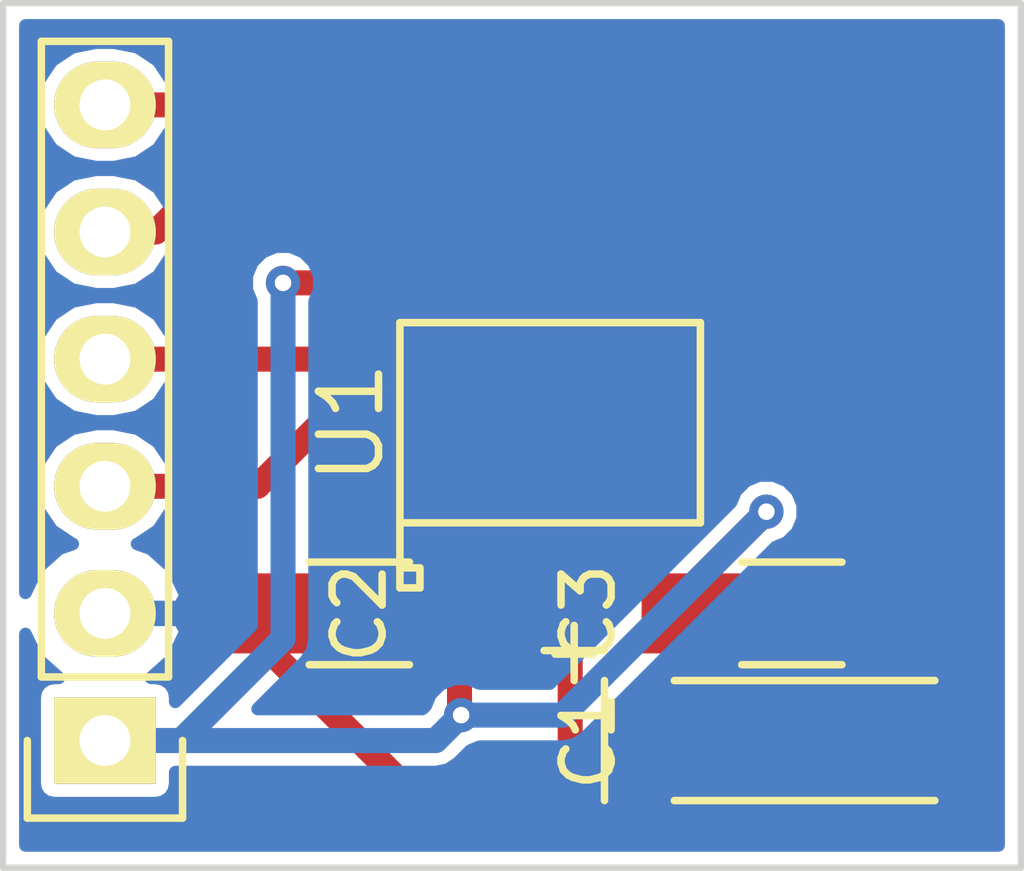
<source format=kicad_pcb>
(kicad_pcb (version 4) (host pcbnew 4.0.2-stable)

  (general
    (links 17)
    (no_connects 0)
    (area 159.937667 93.916499 183.451501 114.841)
    (thickness 1.6)
    (drawings 4)
    (tracks 59)
    (zones 0)
    (modules 5)
    (nets 10)
  )

  (page A4)
  (layers
    (0 F.Cu signal)
    (31 B.Cu signal)
    (36 B.SilkS user)
    (37 F.SilkS user)
    (38 B.Mask user)
    (39 F.Mask user)
    (44 Edge.Cuts user)
  )

  (setup
    (last_trace_width 0.5)
    (user_trace_width 0.1524)
    (user_trace_width 0.2)
    (user_trace_width 0.25)
    (user_trace_width 0.3)
    (user_trace_width 0.4)
    (user_trace_width 0.5)
    (user_trace_width 0.6)
    (user_trace_width 0.8)
    (user_trace_width 1)
    (user_trace_width 1.2)
    (user_trace_width 1.5)
    (user_trace_width 2)
    (trace_clearance 0.254)
    (zone_clearance 0.254)
    (zone_45_only no)
    (trace_min 0.1524)
    (segment_width 0.127)
    (edge_width 0.127)
    (via_size 0.6858)
    (via_drill 0.3302)
    (via_min_size 0.6858)
    (via_min_drill 0.3302)
    (uvia_size 0.508)
    (uvia_drill 0.127)
    (uvias_allowed no)
    (uvia_min_size 0.508)
    (uvia_min_drill 0.127)
    (pcb_text_width 0.127)
    (pcb_text_size 0.6 0.6)
    (mod_edge_width 0.127)
    (mod_text_size 0.6 0.6)
    (mod_text_width 0.127)
    (pad_size 1.524 1.524)
    (pad_drill 0.762)
    (pad_to_mask_clearance 0)
    (pad_to_paste_clearance -0.04)
    (aux_axis_origin 0 0)
    (visible_elements 7FFFFFFF)
    (pcbplotparams
      (layerselection 0x010f0_80000001)
      (usegerberextensions true)
      (usegerberattributes true)
      (excludeedgelayer true)
      (linewidth 0.127000)
      (plotframeref false)
      (viasonmask false)
      (mode 1)
      (useauxorigin false)
      (hpglpennumber 1)
      (hpglpenspeed 20)
      (hpglpendiameter 15)
      (hpglpenoverlay 2)
      (psnegative false)
      (psa4output false)
      (plotreference true)
      (plotvalue true)
      (plotinvisibletext false)
      (padsonsilk false)
      (subtractmaskfromsilk false)
      (outputformat 1)
      (mirror false)
      (drillshape 0)
      (scaleselection 1)
      (outputdirectory "C:/Users/Andrew/Documents/KiCad/Boards/ADXL345 Breakout/Gerbs/"))
  )

  (net 0 "")
  (net 1 GND)
  (net 2 +3V3)
  (net 3 /SCL)
  (net 4 /SDA)
  (net 5 /INT1)
  (net 6 /INT2)
  (net 7 "Net-(U1-Pad11)")
  (net 8 "Net-(U1-Pad3)")
  (net 9 "Net-(U1-Pad10)")

  (net_class Default "Dit is de standaard class."
    (clearance 0.254)
    (trace_width 0.254)
    (via_dia 0.6858)
    (via_drill 0.3302)
    (uvia_dia 0.508)
    (uvia_drill 0.127)
    (add_net +3V3)
    (add_net /INT1)
    (add_net /INT2)
    (add_net /SCL)
    (add_net /SDA)
    (add_net GND)
    (add_net "Net-(U1-Pad10)")
    (add_net "Net-(U1-Pad11)")
    (add_net "Net-(U1-Pad3)")
  )

  (net_class 0.2mm ""
    (clearance 0.2)
    (trace_width 0.2)
    (via_dia 0.6858)
    (via_drill 0.3302)
    (uvia_dia 0.508)
    (uvia_drill 0.127)
  )

  (net_class Minimal ""
    (clearance 0.1524)
    (trace_width 0.1524)
    (via_dia 0.6858)
    (via_drill 0.3302)
    (uvia_dia 0.508)
    (uvia_drill 0.127)
  )

  (module Capacitors_Tantalum_SMD:TantalC_SizeA_EIA-3216_HandSoldering (layer F.Cu) (tedit 57043269) (tstamp 57042E3C)
    (at 179.07 108.712)
    (descr "Tantal Cap. , Size A, EIA-3216, Hand Soldering,")
    (tags "Tantal Cap. , Size A, EIA-3216, Hand Soldering,")
    (path /57042F4A)
    (attr smd)
    (fp_text reference C1 (at -4.318 0 90) (layer F.SilkS)
      (effects (font (size 1 1) (thickness 0.15)))
    )
    (fp_text value 10uF (at -0.254 1.524) (layer F.Fab)
      (effects (font (size 1 1) (thickness 0.15)))
    )
    (fp_text user + (at -4.59994 -1.80086) (layer F.SilkS)
      (effects (font (size 1 1) (thickness 0.15)))
    )
    (fp_line (start -2.60096 1.19888) (end 2.60096 1.19888) (layer F.SilkS) (width 0.15))
    (fp_line (start 2.60096 -1.19888) (end -2.60096 -1.19888) (layer F.SilkS) (width 0.15))
    (fp_line (start -4.59994 -2.2987) (end -4.59994 -1.19888) (layer F.SilkS) (width 0.15))
    (fp_line (start -5.19938 -1.79832) (end -4.0005 -1.79832) (layer F.SilkS) (width 0.15))
    (fp_line (start -3.99542 -1.19888) (end -3.99542 1.19888) (layer F.SilkS) (width 0.15))
    (pad 2 smd rect (at 1.99898 0) (size 2.99974 1.50114) (layers F.Cu F.Mask)
      (net 1 GND))
    (pad 1 smd rect (at -1.99898 0) (size 2.99974 1.50114) (layers F.Cu F.Mask)
      (net 2 +3V3))
    (model Capacitors_Tantalum_SMD.3dshapes/TantalC_SizeA_EIA-3216_HandSoldering.wrl
      (at (xyz 0 0 0))
      (scale (xyz 1 1 1))
      (rotate (xyz 0 0 180))
    )
  )

  (module Capacitors_SMD:C_1206_HandSoldering (layer F.Cu) (tedit 57043253) (tstamp 57042E42)
    (at 170.18 106.172 180)
    (descr "Capacitor SMD 1206, hand soldering")
    (tags "capacitor 1206")
    (path /570430DC)
    (attr smd)
    (fp_text reference C2 (at 0 0 270) (layer F.SilkS)
      (effects (font (size 1 1) (thickness 0.15)))
    )
    (fp_text value 0.1uF (at 0 -1.524 360) (layer F.Fab)
      (effects (font (size 1 1) (thickness 0.15)))
    )
    (fp_line (start -3.3 -1.15) (end 3.3 -1.15) (layer F.CrtYd) (width 0.05))
    (fp_line (start -3.3 1.15) (end 3.3 1.15) (layer F.CrtYd) (width 0.05))
    (fp_line (start -3.3 -1.15) (end -3.3 1.15) (layer F.CrtYd) (width 0.05))
    (fp_line (start 3.3 -1.15) (end 3.3 1.15) (layer F.CrtYd) (width 0.05))
    (fp_line (start 1 -1.025) (end -1 -1.025) (layer F.SilkS) (width 0.15))
    (fp_line (start -1 1.025) (end 1 1.025) (layer F.SilkS) (width 0.15))
    (pad 1 smd rect (at -2 0 180) (size 2 1.6) (layers F.Cu F.Mask)
      (net 2 +3V3))
    (pad 2 smd rect (at 2 0 180) (size 2 1.6) (layers F.Cu F.Mask)
      (net 1 GND))
    (model Capacitors_SMD.3dshapes/C_1206_HandSoldering.wrl
      (at (xyz 0 0 0))
      (scale (xyz 1 1 1))
      (rotate (xyz 0 0 0))
    )
  )

  (module Capacitors_SMD:C_1206_HandSoldering (layer F.Cu) (tedit 57043266) (tstamp 57042E48)
    (at 178.816 106.172)
    (descr "Capacitor SMD 1206, hand soldering")
    (tags "capacitor 1206")
    (path /570429E2)
    (attr smd)
    (fp_text reference C3 (at -4.064 0 90) (layer F.SilkS)
      (effects (font (size 1 1) (thickness 0.15)))
    )
    (fp_text value 0.1uF (at 0 -3.048) (layer F.Fab)
      (effects (font (size 1 1) (thickness 0.15)))
    )
    (fp_line (start -3.3 -1.15) (end 3.3 -1.15) (layer F.CrtYd) (width 0.05))
    (fp_line (start -3.3 1.15) (end 3.3 1.15) (layer F.CrtYd) (width 0.05))
    (fp_line (start -3.3 -1.15) (end -3.3 1.15) (layer F.CrtYd) (width 0.05))
    (fp_line (start 3.3 -1.15) (end 3.3 1.15) (layer F.CrtYd) (width 0.05))
    (fp_line (start 1 -1.025) (end -1 -1.025) (layer F.SilkS) (width 0.15))
    (fp_line (start -1 1.025) (end 1 1.025) (layer F.SilkS) (width 0.15))
    (pad 1 smd rect (at -2 0) (size 2 1.6) (layers F.Cu F.Mask)
      (net 2 +3V3))
    (pad 2 smd rect (at 2 0) (size 2 1.6) (layers F.Cu F.Mask)
      (net 1 GND))
    (model Capacitors_SMD.3dshapes/C_1206_HandSoldering.wrl
      (at (xyz 0 0 0))
      (scale (xyz 1 1 1))
      (rotate (xyz 0 0 0))
    )
  )

  (module Pin_Headers:Pin_Header_Straight_1x06 (layer F.Cu) (tedit 57043231) (tstamp 57042E52)
    (at 165.1 108.712 180)
    (descr "Through hole pin header")
    (tags "pin header")
    (path /570435A0)
    (fp_text reference P1 (at 0 -5.1 180) (layer F.SilkS) hide
      (effects (font (size 1 1) (thickness 0.15)))
    )
    (fp_text value CONN_01X06 (at 0 -3.1 180) (layer F.Fab) hide
      (effects (font (size 1 1) (thickness 0.15)))
    )
    (fp_line (start -1.75 -1.75) (end -1.75 14.45) (layer F.CrtYd) (width 0.05))
    (fp_line (start 1.75 -1.75) (end 1.75 14.45) (layer F.CrtYd) (width 0.05))
    (fp_line (start -1.75 -1.75) (end 1.75 -1.75) (layer F.CrtYd) (width 0.05))
    (fp_line (start -1.75 14.45) (end 1.75 14.45) (layer F.CrtYd) (width 0.05))
    (fp_line (start 1.27 1.27) (end 1.27 13.97) (layer F.SilkS) (width 0.15))
    (fp_line (start 1.27 13.97) (end -1.27 13.97) (layer F.SilkS) (width 0.15))
    (fp_line (start -1.27 13.97) (end -1.27 1.27) (layer F.SilkS) (width 0.15))
    (fp_line (start 1.55 -1.55) (end 1.55 0) (layer F.SilkS) (width 0.15))
    (fp_line (start 1.27 1.27) (end -1.27 1.27) (layer F.SilkS) (width 0.15))
    (fp_line (start -1.55 0) (end -1.55 -1.55) (layer F.SilkS) (width 0.15))
    (fp_line (start -1.55 -1.55) (end 1.55 -1.55) (layer F.SilkS) (width 0.15))
    (pad 1 thru_hole rect (at 0 0 180) (size 2.032 1.7272) (drill 1.016) (layers *.Cu *.Mask F.SilkS)
      (net 2 +3V3))
    (pad 2 thru_hole oval (at 0 2.54 180) (size 2.032 1.7272) (drill 1.016) (layers *.Cu *.Mask F.SilkS)
      (net 1 GND))
    (pad 3 thru_hole oval (at 0 5.08 180) (size 2.032 1.7272) (drill 1.016) (layers *.Cu *.Mask F.SilkS)
      (net 3 /SCL))
    (pad 4 thru_hole oval (at 0 7.62 180) (size 2.032 1.7272) (drill 1.016) (layers *.Cu *.Mask F.SilkS)
      (net 4 /SDA))
    (pad 5 thru_hole oval (at 0 10.16 180) (size 2.032 1.7272) (drill 1.016) (layers *.Cu *.Mask F.SilkS)
      (net 5 /INT1))
    (pad 6 thru_hole oval (at 0 12.7 180) (size 2.032 1.7272) (drill 1.016) (layers *.Cu *.Mask F.SilkS)
      (net 6 /INT2))
    (model Pin_Headers.3dshapes/Pin_Header_Straight_1x06.wrl
      (at (xyz 0 -0.25 0))
      (scale (xyz 1 1 1))
      (rotate (xyz 0 0 90))
    )
  )

  (module AJGFEET:ADXL345-ajggood (layer F.Cu) (tedit 57042900) (tstamp 57042E64)
    (at 173.99 102.362)
    (path /57042EF4)
    (fp_text reference U1 (at -3.975 0 90) (layer F.SilkS)
      (effects (font (size 1.2 1.2) (thickness 0.15)))
    )
    (fp_text value ADXL345 (at 0 -2.9) (layer F.Fab) hide
      (effects (font (size 1.2 1.2) (thickness 0.15)))
    )
    (fp_line (start -3 2) (end -3 3.3) (layer F.SilkS) (width 0.15))
    (fp_line (start -3 3.3) (end -2.6 3.3) (layer F.SilkS) (width 0.15))
    (fp_line (start -2.6 3.3) (end -2.6 2.9) (layer F.SilkS) (width 0.15))
    (fp_line (start -2.6 2.9) (end -3 2.9) (layer F.SilkS) (width 0.15))
    (fp_line (start -3 -2) (end -3 2) (layer F.SilkS) (width 0.15))
    (fp_line (start -3 2) (end 3 2) (layer F.SilkS) (width 0.15))
    (fp_line (start 3 2) (end 3 -2) (layer F.SilkS) (width 0.15))
    (fp_line (start 3 -2) (end -3 -2) (layer F.SilkS) (width 0.15))
    (pad 14 smd rect (at -2.0975 0) (size 1.145 0.55) (layers F.Cu F.Mask)
      (net 3 /SCL))
    (pad 7 smd rect (at 2.0975 0) (size 1.145 0.55) (layers F.Cu F.Mask)
      (net 2 +3V3))
    (pad 13 smd rect (at -2 -1.0975) (size 0.55 1.145) (layers F.Cu F.Mask)
      (net 4 /SDA))
    (pad 1 smd rect (at -2 1.0975) (size 0.55 1.145) (layers F.Cu F.Mask)
      (net 2 +3V3))
    (pad 12 smd rect (at -1.2 -1.0975) (size 0.55 1.145) (layers F.Cu F.Mask)
      (net 2 +3V3))
    (pad 2 smd rect (at -1.2 1.0975) (size 0.55 1.145) (layers F.Cu F.Mask)
      (net 1 GND))
    (pad 11 smd rect (at -0.4 -1.0975) (size 0.55 1.145) (layers F.Cu F.Mask)
      (net 7 "Net-(U1-Pad11)"))
    (pad 3 smd rect (at -0.4 1.0975) (size 0.55 1.145) (layers F.Cu F.Mask)
      (net 8 "Net-(U1-Pad3)"))
    (pad 10 smd rect (at 0.4 -1.0975) (size 0.55 1.145) (layers F.Cu F.Mask)
      (net 9 "Net-(U1-Pad10)"))
    (pad 4 smd rect (at 0.4 1.0975) (size 0.55 1.145) (layers F.Cu F.Mask)
      (net 1 GND))
    (pad 9 smd rect (at 1.2 -1.0975) (size 0.55 1.145) (layers F.Cu F.Mask)
      (net 5 /INT1))
    (pad 5 smd rect (at 1.2 1.0975) (size 0.55 1.145) (layers F.Cu F.Mask)
      (net 1 GND))
    (pad 8 smd rect (at 2 -1.0975) (size 0.55 1.145) (layers F.Cu F.Mask)
      (net 6 /INT2))
    (pad 6 smd rect (at 2 1.0975) (size 0.55 1.145) (layers F.Cu F.Mask)
      (net 2 +3V3))
  )

  (gr_line (start 163.068 111.252) (end 163.068 93.98) (angle 90) (layer Edge.Cuts) (width 0.127))
  (gr_line (start 183.388 111.252) (end 163.068 111.252) (angle 90) (layer Edge.Cuts) (width 0.127))
  (gr_line (start 183.388 93.98) (end 183.388 111.252) (angle 90) (layer Edge.Cuts) (width 0.127))
  (gr_line (start 163.068 93.98) (end 183.388 93.98) (angle 90) (layer Edge.Cuts) (width 0.127))

  (segment (start 168.18 106.172) (end 168.18 106.712) (width 0.5) (layer F.Cu) (net 1))
  (segment (start 168.18 106.712) (end 171.196 109.728) (width 0.5) (layer F.Cu) (net 1) (tstamp 5704319E))
  (segment (start 171.196 109.728) (end 174.39 109.728) (width 0.5) (layer F.Cu) (net 1) (tstamp 5704319F))
  (segment (start 180.816 106.172) (end 180.816 108.45902) (width 0.5) (layer F.Cu) (net 1))
  (segment (start 180.816 108.45902) (end 181.06898 108.712) (width 0.5) (layer F.Cu) (net 1) (tstamp 5704314B))
  (segment (start 181.06898 108.712) (end 181.06898 109.50702) (width 0.5) (layer F.Cu) (net 1))
  (segment (start 174.39 109.874) (end 174.39 109.728) (width 0.5) (layer F.Cu) (net 1) (tstamp 57043143))
  (segment (start 174.39 109.728) (end 174.39 103.4595) (width 0.5) (layer F.Cu) (net 1) (tstamp 570431A8))
  (segment (start 174.752 110.236) (end 174.39 109.874) (width 0.5) (layer F.Cu) (net 1) (tstamp 57043142))
  (segment (start 180.34 110.236) (end 174.752 110.236) (width 0.5) (layer F.Cu) (net 1) (tstamp 57043140))
  (segment (start 181.06898 109.50702) (end 180.34 110.236) (width 0.5) (layer F.Cu) (net 1) (tstamp 5704313F))
  (segment (start 165.1 106.172) (end 168.18 106.172) (width 0.5) (layer F.Cu) (net 1))
  (segment (start 172.79 103.4595) (end 172.79 104.21) (width 0.254) (layer F.Cu) (net 1))
  (segment (start 174.39 103.4595) (end 174.39 104.648) (width 0.5) (layer F.Cu) (net 1))
  (segment (start 172.79 104.21) (end 173.228 104.648) (width 0.254) (layer F.Cu) (net 1) (tstamp 57042FD5))
  (segment (start 173.228 104.648) (end 174.39 104.648) (width 0.254) (layer F.Cu) (net 1) (tstamp 57042FDB))
  (segment (start 180.816 108.45902) (end 181.06898 108.712) (width 0.5) (layer F.Cu) (net 1) (tstamp 57042F73))
  (segment (start 174.39 103.4595) (end 175.19 103.4595) (width 0.5) (layer F.Cu) (net 1))
  (segment (start 165.1 108.712) (end 166.624 108.712) (width 0.5) (layer B.Cu) (net 2))
  (segment (start 172.79 100.146) (end 172.79 101.2645) (width 0.5) (layer F.Cu) (net 2) (tstamp 57043212))
  (segment (start 172.212 99.568) (end 172.79 100.146) (width 0.5) (layer F.Cu) (net 2) (tstamp 5704320B))
  (segment (start 171.704 99.568) (end 172.212 99.568) (width 0.5) (layer F.Cu) (net 2) (tstamp 57043208))
  (segment (start 168.656 99.568) (end 171.704 99.568) (width 0.5) (layer F.Cu) (net 2) (tstamp 57043207))
  (via (at 168.656 99.568) (size 0.6858) (drill 0.3302) (layers F.Cu B.Cu) (net 2))
  (segment (start 168.656 106.68) (end 168.656 99.568) (width 0.5) (layer B.Cu) (net 2) (tstamp 570431FC))
  (segment (start 166.624 108.712) (end 168.656 106.68) (width 0.5) (layer B.Cu) (net 2) (tstamp 570431FB))
  (segment (start 172.212 108.204) (end 174.244 108.204) (width 0.5) (layer B.Cu) (net 2))
  (segment (start 178.308 104.14) (end 176.816 105.632) (width 0.5) (layer F.Cu) (net 2) (tstamp 570431DF))
  (via (at 178.308 104.14) (size 0.6858) (drill 0.3302) (layers F.Cu B.Cu) (net 2))
  (segment (start 174.244 108.204) (end 178.308 104.14) (width 0.5) (layer B.Cu) (net 2) (tstamp 570431D5))
  (segment (start 176.816 105.632) (end 176.816 106.172) (width 0.5) (layer F.Cu) (net 2) (tstamp 570431E0))
  (segment (start 165.1 108.712) (end 171.704 108.712) (width 0.5) (layer B.Cu) (net 2))
  (segment (start 172.18 108.172) (end 172.18 106.172) (width 0.5) (layer F.Cu) (net 2) (tstamp 570431CD))
  (segment (start 172.212 108.204) (end 172.18 108.172) (width 0.5) (layer F.Cu) (net 2) (tstamp 570431CC))
  (via (at 172.212 108.204) (size 0.6858) (drill 0.3302) (layers F.Cu B.Cu) (net 2))
  (segment (start 171.704 108.712) (end 172.212 108.204) (width 0.5) (layer B.Cu) (net 2) (tstamp 570431C4))
  (segment (start 176.816 106.172) (end 176.816 108.45698) (width 0.5) (layer F.Cu) (net 2))
  (segment (start 176.816 108.45698) (end 177.07102 108.712) (width 0.5) (layer F.Cu) (net 2) (tstamp 57043137))
  (segment (start 175.99 103.4595) (end 175.99 105.346) (width 0.5) (layer F.Cu) (net 2))
  (segment (start 175.99 105.346) (end 176.816 106.172) (width 0.5) (layer F.Cu) (net 2) (tstamp 57043134))
  (segment (start 175.99 103.4595) (end 175.99 102.4595) (width 0.5) (layer F.Cu) (net 2))
  (segment (start 175.99 102.4595) (end 176.0875 102.362) (width 0.5) (layer F.Cu) (net 2) (tstamp 57042F7A))
  (segment (start 172.18 106.172) (end 172.18 105.632) (width 0.5) (layer F.Cu) (net 2))
  (segment (start 172.18 105.632) (end 171.99 105.442) (width 0.5) (layer F.Cu) (net 2) (tstamp 57042F2C))
  (segment (start 171.99 105.442) (end 171.99 103.4595) (width 0.5) (layer F.Cu) (net 2) (tstamp 57042F31))
  (segment (start 177.07102 106.42702) (end 176.816 106.172) (width 0.5) (layer F.Cu) (net 2) (tstamp 57042F22))
  (segment (start 165.1 103.632) (end 168.148 103.632) (width 0.5) (layer F.Cu) (net 3))
  (segment (start 169.418 102.362) (end 171.8925 102.362) (width 0.5) (layer F.Cu) (net 3) (tstamp 57043055))
  (segment (start 168.148 103.632) (end 169.418 102.362) (width 0.5) (layer F.Cu) (net 3) (tstamp 57043053))
  (segment (start 165.1 101.092) (end 171.8175 101.092) (width 0.5) (layer F.Cu) (net 4))
  (segment (start 171.8175 101.092) (end 171.99 101.2645) (width 0.5) (layer F.Cu) (net 4) (tstamp 57043063))
  (segment (start 165.1 98.552) (end 166.116 98.552) (width 0.5) (layer F.Cu) (net 5))
  (segment (start 166.116 98.552) (end 167.64 97.028) (width 0.5) (layer F.Cu) (net 5) (tstamp 5704321A))
  (segment (start 167.64 97.028) (end 172.72 97.028) (width 0.5) (layer F.Cu) (net 5))
  (segment (start 175.19 99.498) (end 175.19 101.2645) (width 0.5) (layer F.Cu) (net 5) (tstamp 5704308F))
  (segment (start 172.72 97.028) (end 175.19 99.498) (width 0.5) (layer F.Cu) (net 5) (tstamp 5704308D))
  (segment (start 165.1 96.012) (end 174.244 96.012) (width 0.5) (layer F.Cu) (net 6))
  (segment (start 175.99 97.758) (end 175.99 101.218502) (width 0.5) (layer F.Cu) (net 6) (tstamp 5704309B))
  (segment (start 174.244 96.012) (end 175.99 97.758) (width 0.5) (layer F.Cu) (net 6) (tstamp 5704309A))

  (zone (net 1) (net_name GND) (layer B.Cu) (tstamp 57043285) (hatch edge 0.508)
    (connect_pads (clearance 0.254))
    (min_thickness 0.254)
    (fill yes (arc_segments 16) (thermal_gap 0.508) (thermal_bridge_width 0.508))
    (polygon
      (pts
        (xy 163.068 93.98) (xy 183.388 93.98) (xy 183.388 111.252) (xy 163.068 111.252)
      )
    )
    (filled_polygon
      (pts
        (xy 182.9435 110.8075) (xy 163.5125 110.8075) (xy 163.5125 106.582516) (xy 163.749268 107.074036) (xy 164.181183 107.459936)
        (xy 164.084 107.459936) (xy 163.94281 107.486503) (xy 163.813135 107.569946) (xy 163.726141 107.697266) (xy 163.695536 107.8484)
        (xy 163.695536 109.5756) (xy 163.722103 109.71679) (xy 163.805546 109.846465) (xy 163.932866 109.933459) (xy 164.084 109.964064)
        (xy 166.116 109.964064) (xy 166.25719 109.937497) (xy 166.386865 109.854054) (xy 166.473859 109.726734) (xy 166.504464 109.5756)
        (xy 166.504464 109.343) (xy 171.704 109.343) (xy 171.945473 109.294968) (xy 172.150184 109.158184) (xy 172.397934 108.910434)
        (xy 172.580499 108.835) (xy 174.244 108.835) (xy 174.485473 108.786968) (xy 174.690184 108.650184) (xy 178.493934 104.846434)
        (xy 178.717521 104.75405) (xy 178.921335 104.550592) (xy 179.031774 104.284624) (xy 179.032025 103.996639) (xy 178.92205 103.730479)
        (xy 178.718592 103.526665) (xy 178.452624 103.416226) (xy 178.164639 103.415975) (xy 177.898479 103.52595) (xy 177.694665 103.729408)
        (xy 177.601247 103.954385) (xy 173.982632 107.573) (xy 172.58005 107.573) (xy 172.356624 107.480226) (xy 172.068639 107.479975)
        (xy 171.802479 107.58995) (xy 171.598665 107.793408) (xy 171.505247 108.018384) (xy 171.442632 108.081) (xy 168.147368 108.081)
        (xy 169.102184 107.126184) (xy 169.238968 106.921473) (xy 169.287 106.68) (xy 169.287 99.93605) (xy 169.379774 99.712624)
        (xy 169.380025 99.424639) (xy 169.27005 99.158479) (xy 169.066592 98.954665) (xy 168.800624 98.844226) (xy 168.512639 98.843975)
        (xy 168.246479 98.95395) (xy 168.042665 99.157408) (xy 167.932226 99.423376) (xy 167.931975 99.711361) (xy 168.025 99.936499)
        (xy 168.025 106.418632) (xy 166.504464 107.939168) (xy 166.504464 107.8484) (xy 166.477897 107.70721) (xy 166.394454 107.577535)
        (xy 166.267134 107.490541) (xy 166.116 107.459936) (xy 166.018817 107.459936) (xy 166.450732 107.074036) (xy 166.704709 106.546791)
        (xy 166.707358 106.531026) (xy 166.586217 106.299) (xy 165.227 106.299) (xy 165.227 106.319) (xy 164.973 106.319)
        (xy 164.973 106.299) (xy 164.953 106.299) (xy 164.953 106.045) (xy 164.973 106.045) (xy 164.973 106.025)
        (xy 165.227 106.025) (xy 165.227 106.045) (xy 166.586217 106.045) (xy 166.707358 105.812974) (xy 166.704709 105.797209)
        (xy 166.450732 105.269964) (xy 166.01432 104.880046) (xy 165.741757 104.784704) (xy 165.756057 104.78186) (xy 166.159834 104.512065)
        (xy 166.429629 104.108288) (xy 166.524369 103.632) (xy 166.429629 103.155712) (xy 166.159834 102.751935) (xy 165.756057 102.48214)
        (xy 165.279769 102.3874) (xy 164.920231 102.3874) (xy 164.443943 102.48214) (xy 164.040166 102.751935) (xy 163.770371 103.155712)
        (xy 163.675631 103.632) (xy 163.770371 104.108288) (xy 164.040166 104.512065) (xy 164.443943 104.78186) (xy 164.458243 104.784704)
        (xy 164.18568 104.880046) (xy 163.749268 105.269964) (xy 163.5125 105.761484) (xy 163.5125 101.092) (xy 163.675631 101.092)
        (xy 163.770371 101.568288) (xy 164.040166 101.972065) (xy 164.443943 102.24186) (xy 164.920231 102.3366) (xy 165.279769 102.3366)
        (xy 165.756057 102.24186) (xy 166.159834 101.972065) (xy 166.429629 101.568288) (xy 166.524369 101.092) (xy 166.429629 100.615712)
        (xy 166.159834 100.211935) (xy 165.756057 99.94214) (xy 165.279769 99.8474) (xy 164.920231 99.8474) (xy 164.443943 99.94214)
        (xy 164.040166 100.211935) (xy 163.770371 100.615712) (xy 163.675631 101.092) (xy 163.5125 101.092) (xy 163.5125 98.552)
        (xy 163.675631 98.552) (xy 163.770371 99.028288) (xy 164.040166 99.432065) (xy 164.443943 99.70186) (xy 164.920231 99.7966)
        (xy 165.279769 99.7966) (xy 165.756057 99.70186) (xy 166.159834 99.432065) (xy 166.429629 99.028288) (xy 166.524369 98.552)
        (xy 166.429629 98.075712) (xy 166.159834 97.671935) (xy 165.756057 97.40214) (xy 165.279769 97.3074) (xy 164.920231 97.3074)
        (xy 164.443943 97.40214) (xy 164.040166 97.671935) (xy 163.770371 98.075712) (xy 163.675631 98.552) (xy 163.5125 98.552)
        (xy 163.5125 96.012) (xy 163.675631 96.012) (xy 163.770371 96.488288) (xy 164.040166 96.892065) (xy 164.443943 97.16186)
        (xy 164.920231 97.2566) (xy 165.279769 97.2566) (xy 165.756057 97.16186) (xy 166.159834 96.892065) (xy 166.429629 96.488288)
        (xy 166.524369 96.012) (xy 166.429629 95.535712) (xy 166.159834 95.131935) (xy 165.756057 94.86214) (xy 165.279769 94.7674)
        (xy 164.920231 94.7674) (xy 164.443943 94.86214) (xy 164.040166 95.131935) (xy 163.770371 95.535712) (xy 163.675631 96.012)
        (xy 163.5125 96.012) (xy 163.5125 94.4245) (xy 182.9435 94.4245)
      )
    )
  )
)

</source>
